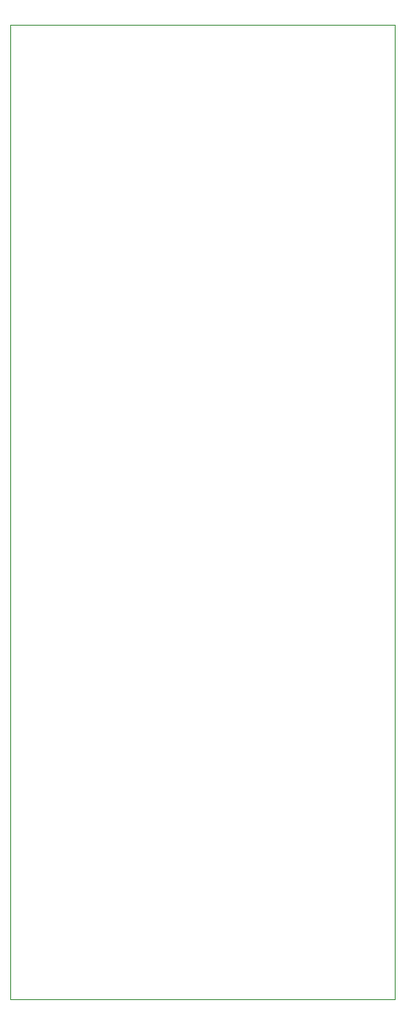
<source format=gbr>
%TF.GenerationSoftware,KiCad,Pcbnew,5.1.9-73d0e3b20d~88~ubuntu18.04.1*%
%TF.CreationDate,2021-01-26T17:19:55+01:00*%
%TF.ProjectId,d1ce,64316365-2e6b-4696-9361-645f70636258,v1*%
%TF.SameCoordinates,Original*%
%TF.FileFunction,Profile,NP*%
%FSLAX46Y46*%
G04 Gerber Fmt 4.6, Leading zero omitted, Abs format (unit mm)*
G04 Created by KiCad (PCBNEW 5.1.9-73d0e3b20d~88~ubuntu18.04.1) date 2021-01-26 17:19:55*
%MOMM*%
%LPD*%
G01*
G04 APERTURE LIST*
%TA.AperFunction,Profile*%
%ADD10C,0.100000*%
%TD*%
G04 APERTURE END LIST*
D10*
X166960000Y-52630000D02*
X166960000Y-149150000D01*
X128860000Y-52630000D02*
X166960000Y-52630000D01*
X128860000Y-149150000D02*
X128860000Y-52630000D01*
X166960000Y-149150000D02*
X128860000Y-149150000D01*
M02*

</source>
